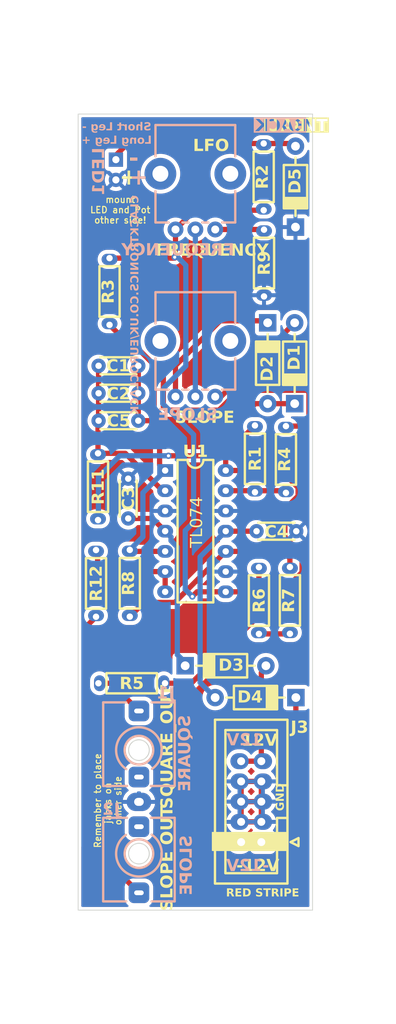
<source format=kicad_pcb>
(kicad_pcb (version 20240108) (generator "pcbnew") (generator_version "8.0")
  (layers (0 "F.Cu" signal) (31 "B.Cu" signal) (34 "B.Paste" user) (35 "F.Paste" user) (36 "B.SilkS" user "B.Silkscreen") (37 "F.SilkS" user "F.Silkscreen") (38 "B.Mask" user) (39 "F.Mask" user) (44 "Edge.Cuts" user))
  (net 0 "")
  (net 1 "Net-(U1A--)")
  (net 2 "Net-(U1B-+)")
  (net 3 "-12V")
  (net 4 "GND")
  (net 5 "+12V")
  (net 6 "Net-(D1-K)")
  (net 7 "Net-(D2-K)")
  (net 8 "Net-(D3-A)")
  (net 9 "Net-(D1-A)")
  (net 10 "Net-(D4-K)")
  (net 12 "Net-(J2-PadT)")
  (net 13 "Net-(J1-PadT)")
  (net 14 "Net-(U1C-+)")
  (net 15 "Net-(U1B--)")
  (net 16 "Net-(D5-A)")
  (net 17 "Net-(R1-Pad2)")
  (net 18 "Net-(RV1-Pad2)")
  (net 19 "Net-(U1D--)")
  (net 20 "Net-(R2-Pad2)")
  (net 21 "Net-(R3-Pad2)")
  (net 23 "Net-(R6-Pad1)")
  (net 24 "Net-(R9-Pad2)")
  (footprint "BYOM_General:R_Axial_DIN0204_L3.6mm_D1.6mm_P7.62mm_Horizontal" (layer "F.Cu") (at 128.8 119.5)
    (property "Reference" "R5" (at 4.191 0.1 0) (layer "F.SilkS") (effects (font (size 1.5 1.5) (thickness 0.2) (bold yes))))
    (property "Value" "1kΩ")
    (fp_line (start 1.016 -1.27) (end 1.016 1.27) (stroke (width 0.3)) (layer "F.SilkS"))
    (fp_line (start 1.016 1.27) (end 7.366 1.27) (stroke (width 0.3)) (layer "F.SilkS"))
    (fp_line (start 7.366 -1.27) (end 1.016 -1.27) (stroke (width 0.3)) (layer "F.SilkS"))
    (fp_line (start 7.366 1.27) (end 7.366 -1.27) (stroke (width 0.3)) (layer "F.SilkS"))
    (pad "1" thru_hole oval (at 0 0) (size 1.4 2) (drill 0.8 (offset 0.15 0)) (layers "*.Cu" "*.Mask") (net 13 "Net-(J1-PadT)"))
    (pad "2" thru_hole oval (at 8.382 0 180) (size 1.4 2) (drill 0.8 (offset 0.15 0)) (layers "*.Cu" "*.Mask") (net 17 "Net-(R1-Pad2)"))
  )
  (footprint "BYOM_General:R_Axial_DIN0204_L3.6mm_D1.6mm_P7.62mm_Horizontal" (layer "F.Cu") (at 130.2 66.1 -90)
    (property "Reference" "R3" (at 4.191 0.1 -90) (layer "F.SilkS") (effects (font (size 1.5 1.5) (thickness 0.2) (bold yes))))
    (property "Value" "100kΩ")
    (fp_line (start 1.016 1.27) (end 7.366 1.27) (stroke (width 0.3)) (layer "F.SilkS"))
    (fp_line (start 7.366 1.27) (end 7.366 -1.27) (stroke (width 0.3)) (layer "F.SilkS"))
    (fp_line (start 1.016 -1.27) (end 1.016 1.27) (stroke (width 0.3)) (layer "F.SilkS"))
    (fp_line (start 7.366 -1.27) (end 1.016 -1.27) (stroke (width 0.3)) (layer "F.SilkS"))
    (pad "1" thru_hole oval (at 0 0 270) (size 1.4 2) (drill 0.8 (offset 0.15 0)) (layers "*.Cu" "*.Mask") (net 20 "Net-(R2-Pad2)"))
    (pad "2" thru_hole oval (at 8.382 0 90) (size 1.4 2) (drill 0.8 (offset 0.15 0)) (layers "*.Cu" "*.Mask") (net 21 "Net-(R3-Pad2)"))
  )
  (footprint "BYOM_General:R_Axial_DIN0204_L3.6mm_D1.6mm_P7.62mm_Horizontal" (layer "F.Cu") (at 132.75 102.75 -90)
    (property "Reference" "R8" (at 4.191 0.1 -90) (layer "F.SilkS") (effects (font (size 1.5 1.5) (thickness 0.2) (bold yes))))
    (property "Value" "100kΩ")
    (fp_line (start 1.016 1.27) (end 7.366 1.27) (stroke (width 0.3)) (layer "F.SilkS"))
    (fp_line (start 7.366 1.27) (end 7.366 -1.27) (stroke (width 0.3)) (layer "F.SilkS"))
    (fp_line (start 1.016 -1.27) (end 1.016 1.27) (stroke (width 0.3)) (layer "F.SilkS"))
    (fp_line (start 7.366 -1.27) (end 1.016 -1.27) (stroke (width 0.3)) (layer "F.SilkS"))
    (pad "1" thru_hole oval (at 0 0 270) (size 1.4 2) (drill 0.8 (offset 0.15 0)) (layers "*.Cu" "*.Mask") (net 2 "Net-(U1B-+)"))
    (pad "2" thru_hole oval (at 8.382 0 90) (size 1.4 2) (drill 0.8 (offset 0.15 0)) (layers "*.Cu" "*.Mask") (net 14 "Net-(U1C-+)"))
  )
  (footprint "BYOM_General:R_Axial_DIN0204_L3.6mm_D1.6mm_P7.62mm_Horizontal" (layer "F.Cu") (at 148.5 95.5 90)
    (property "Reference" "R1" (at 4.191 0.1 90) (layer "F.SilkS") (effects (font (size 1.5 1.5) (thickness 0.2) (bold yes))))
    (property "Value" "100kΩ")
    (fp_line (start 7.366 -1.27) (end 1.016 -1.27) (stroke (width 0.3)) (layer "F.SilkS"))
    (fp_line (start 1.016 -1.27) (end 1.016 1.27) (stroke (width 0.3)) (layer "F.SilkS"))
    (fp_line (start 7.366 1.27) (end 7.366 -1.27) (stroke (width 0.3)) (layer "F.SilkS"))
    (fp_line (start 1.016 1.27) (end 7.366 1.27) (stroke (width 0.3)) (layer "F.SilkS"))
    (pad "1" thru_hole oval (at 0 0 90) (size 1.4 2) (drill 0.8 (offset 0.15 0)) (layers "*.Cu" "*.Mask") (net 19 "Net-(U1D--)"))
    (pad "2" thru_hole oval (at 8.382 0 270) (size 1.4 2) (drill 0.8 (offset 0.15 0)) (layers "*.Cu" "*.Mask") (net 17 "Net-(R1-Pad2)"))
  )
  (footprint "BYOM_General:D_TH_DO-41_P10.16mm" (layer "F.Cu") (at 153.6 62.2 90)
    (property "Reference" "D5" (at 5.775 0 90) (layer "F.SilkS") (effects (font (size 1.5 1.5) (thickness 0.2) (bold yes))))
    (property "Value" "1N5817")
    (fp_line (start 7.8 -1.47) (end 3.75 -1.5) (stroke (width 0.12)) (layer "F.SilkS"))
    (fp_line (start 7.8 -1.47) (end 2.36 -1.47) (stroke (width 0.3)) (layer "F.SilkS"))
    (fp_line (start 2.36 -1.47) (end 2.36 1.47) (stroke (width 0.3)) (layer "F.SilkS"))
    (fp_line (start 7.8 0) (end 8.75 0) (stroke (width 0.3)) (layer "F.SilkS"))
    (fp_line (start 1.4 0) (end 2.35 0) (stroke (width 0.3)) (layer "F.SilkS"))
    (fp_line (start 7.8 1.47) (end 7.8 -1.47) (stroke (width 0.3)) (layer "F.SilkS"))
    (fp_line (start 2.36 1.47) (end 7.8 1.47) (stroke (width 0.3)) (layer "F.SilkS"))
    (fp_poly (pts (xy 2.36 -1.47) (xy 2.36 1.47) (xy 3.75 1.5) (xy 3.75 -1.5)) (stroke (width 0.1)) (fill solid) (layer "F.SilkS"))
    (pad "1" thru_hole rect (at 0 0 90) (size 2.2 2.2) (drill 1.1) (layers "*.Cu" "*.Mask") (net 4 "GND"))
    (pad "2" thru_hole oval (at 10.16 0 90) (size 2.2 2.2) (drill 1.1) (layers "*.Cu" "*.Mask") (net 16 "Net-(D5-A)"))
  )
  (footprint "BYOM_General:C_TH_Disc_P5.00mm" (layer "F.Cu") (at 133.82 86.52 180)
    (property "Reference" "C5" (at 2.47 -0.1 180) (layer "F.SilkS") (effects (font (size 1.5 1.5) (thickness 0.2) (bold yes))))
    (property "Value" "100nF")
    (fp_line (start 4.77 1.055) (end 4.77 1.07) (stroke (width 0.12)) (layer "F.SilkS"))
    (fp_line (start 4.77 -1.07) (end 4.77 -1.055) (stroke (width 0.12)) (layer "F.SilkS"))
    (fp_line (start 0.23 1.07) (end 4.77 1.07) (stroke (width 0.3)) (layer "F.SilkS"))
    (fp_line (start 0.23 1.055) (end 0.23 1.07) (stroke (width 0.12)) (layer "F.SilkS"))
    (fp_line (start 0.23 -1.07) (end 4.77 -1.07) (stroke (width 0.3)) (layer "F.SilkS"))
    (fp_line (start 0.23 -1.07) (end 0.23 -1.055) (stroke (width 0.12)) (layer "F.SilkS"))
    (pad "1" thru_hole circle (at 0 0 180) (size 1.8 1.8) (drill 0.8) (layers "*.Cu" "*.Mask") (net 2 "Net-(U1B-+)"))
    (pad "2" thru_hole circle (at 5 0 180) (size 1.8 1.8) (drill 0.8) (layers "*.Cu" "*.Mask") (net 1 "Net-(U1A--)"))
  )
  (footprint "BYOM_General:D_TH_DO-41_P10.16mm" (layer "F.Cu") (at 150.1 74.22 -90)
    (property "Reference" "D2" (at 5.775 0 -90) (layer "F.SilkS") (effects (font (size 1.5 1.5) (thickness 0.2) (bold yes))))
    (property "Value" "1N5817")
    (fp_line (start 2.36 1.47) (end 7.8 1.47) (stroke (width 0.3)) (layer "F.SilkS"))
    (fp_line (start 7.8 1.47) (end 7.8 -1.47) (stroke (width 0.3)) (layer "F.SilkS"))
    (fp_line (start 1.4 0) (end 2.35 0) (stroke (width 0.3)) (layer "F.SilkS"))
    (fp_line (start 7.8 0) (end 8.75 0) (stroke (width 0.3)) (layer "F.SilkS"))
    (fp_line (start 2.36 -1.47) (end 2.36 1.47) (stroke (width 0.3)) (layer "F.SilkS"))
    (fp_line (start 7.8 -1.47) (end 2.36 -1.47) (stroke (width 0.3)) (layer "F.SilkS"))
    (fp_line (start 7.8 -1.47) (end 3.75 -1.5) (stroke (width 0.12)) (layer "F.SilkS"))
    (fp_poly (pts (xy 2.36 -1.47) (xy 2.36 1.47) (xy 3.75 1.5) (xy 3.75 -1.5)) (stroke (width 0.1)) (fill solid) (layer "F.SilkS"))
    (pad "1" thru_hole rect (at 0 0 270) (size 2.2 2.2) (drill 1.1) (layers "*.Cu" "*.Mask") (net 7 "Net-(D2-K)"))
    (pad "2" thru_hole oval (at 10.16 0 270) (size 2.2 2.2) (drill 1.1) (layers "*.Cu" "*.Mask") (net 6 "Net-(D1-K)"))
  )
  (footprint "BYOM_General:D_TH_DO-41_P10.16mm" (layer "F.Cu") (at 153.5 84.38 90)
    (property "Reference" "D1" (at 5.775 0 90) (layer "F.SilkS") (effects (font (size 1.5 1.5) (thickness 0.2) (bold yes))))
    (property "Value" "1N5817")
    (fp_line (start 7.8 -1.47) (end 3.75 -1.5) (stroke (width 0.12)) (layer "F.SilkS"))
    (fp_line (start 7.8 -1.47) (end 2.36 -1.47) (stroke (width 0.3)) (layer "F.SilkS"))
    (fp_line (start 2.36 -1.47) (end 2.36 1.47) (stroke (width 0.3)) (layer "F.SilkS"))
    (fp_line (start 7.8 0) (end 8.75 0) (stroke (width 0.3)) (layer "F.SilkS"))
    (fp_line (start 1.4 0) (end 2.35 0) (stroke (width 0.3)) (layer "F.SilkS"))
    (fp_line (start 7.8 1.47) (end 7.8 -1.47) (stroke (width 0.3)) (layer "F.SilkS"))
    (fp_line (start 2.36 1.47) (end 7.8 1.47) (stroke (width 0.3)) (layer "F.SilkS"))
    (fp_poly (pts (xy 2.36 -1.47) (xy 2.36 1.47) (xy 3.75 1.5) (xy 3.75 -1.5)) (stroke (width 0.1)) (fill solid) (layer "F.SilkS"))
    (pad "1" thru_hole rect (at 0 0 90) (size 2.2 2.2) (drill 1.1) (layers "*.Cu" "*.Mask") (net 6 "Net-(D1-K)"))
    (pad "2" thru_hole oval (at 10.16 0 90) (size 2.2 2.2) (drill 1.1) (layers "*.Cu" "*.Mask") (net 9 "Net-(D1-A)"))
  )
  (footprint "BYOM_General:R_Axial_DIN0204_L3.6mm_D1.6mm_P7.62mm_Horizontal" (layer "F.Cu") (at 128.5 111.15 90)
    (property "Reference" "R12" (at 4.191 0.1 90) (layer "F.SilkS") (effects (font (size 1.5 1.5) (thickness 0.2) (bold yes))))
    (property "Value" "1kΩ")
    (fp_line (start 7.366 -1.27) (end 1.016 -1.27) (stroke (width 0.3)) (layer "F.SilkS"))
    (fp_line (start 1.016 -1.27) (end 1.016 1.27) (stroke (width 0.3)) (layer "F.SilkS"))
    (fp_line (start 7.366 1.27) (end 7.366 -1.27) (stroke (width 0.3)) (layer "F.SilkS"))
    (fp_line (start 1.016 1.27) (end 7.366 1.27) (stroke (width 0.3)) (layer "F.SilkS"))
    (pad "1" thru_hole oval (at 0 0 90) (size 1.4 2) (drill 0.8 (offset 0.15 0)) (layers "*.Cu" "*.Mask") (net 12 "Net-(J2-PadT)"))
    (pad "2" thru_hole oval (at 8.382 0 270) (size 1.4 2) (drill 0.8 (offset 0.15 0)) (layers "*.Cu" "*.Mask") (net 15 "Net-(U1B--)"))
  )
  (footprint "BYOM_General:R_Axial_DIN0204_L3.6mm_D1.6mm_P7.62mm_Horizontal" (layer "F.Cu") (at 128.75 99 90)
    (property "Reference" "R11" (at 4.191 0.1 90) (layer "F.SilkS") (effects (font (size 1.5 1.5) (thickness 0.2) (bold yes))))
    (property "Value" "100Ω")
    (fp_line (start 7.366 -1.27) (end 1.016 -1.27) (stroke (width 0.3)) (layer "F.SilkS"))
    (fp_line (start 1.016 -1.27) (end 1.016 1.27) (stroke (width 0.3)) (layer "F.SilkS"))
    (fp_line (start 7.366 1.27) (end 7.366 -1.27) (stroke (width 0.3)) (layer "F.SilkS"))
    (fp_line (start 1.016 1.27) (end 7.366 1.27) (stroke (width 0.3)) (layer "F.SilkS"))
    (pad "1" thru_hole oval (at 0 0 90) (size 1.4 2) (drill 0.8 (offset 0.15 0)) (layers "*.Cu" "*.Mask") (net 6 "Net-(D1-K)"))
    (pad "2" thru_hole oval (at 8.382 0 270) (size 1.4 2) (drill 0.8 (offset 0.15 0)) (layers "*.Cu" "*.Mask") (net 1 "Net-(U1A--)"))
  )
  (footprint "BYOM_General:D_TH_DO-41_P10.16mm" (layer "F.Cu") (at 153.65 121.3 180)
    (property "Reference" "D4" (at 5.775 0 180) (layer "F.SilkS") (effects (font (size 1.5 1.5) (thickness 0.2) (bold yes))))
    (property "Value" "1N5817")
    (fp_line (start 7.8 1.47) (end 7.8 -1.47) (stroke (width 0.3)) (layer "F.SilkS"))
    (fp_line (start 7.8 0) (end 8.75 0) (stroke (width 0.3)) (layer "F.SilkS"))
    (fp_line (start 7.8 -1.47) (end 3.75 -1.5) (stroke (width 0.12)) (layer "F.SilkS"))
    (fp_line (start 7.8 -1.47) (end 2.36 -1.47) (stroke (width 0.3)) (layer "F.SilkS"))
    (fp_line (start 2.36 1.47) (end 7.8 1.47) (stroke (width 0.3)) (layer "F.SilkS"))
    (fp_line (start 2.36 -1.47) (end 2.36 1.47) (stroke (width 0.3)) (layer "F.SilkS"))
    (fp_line (start 1.4 0) (end 2.35 0) (stroke (width 0.3)) (layer "F.SilkS"))
    (fp_poly (pts (xy 2.36 -1.47) (xy 2.36 1.47) (xy 3.75 1.5) (xy 3.75 -1.5)) (stroke (width 0.1)) (fill solid) (layer "F.SilkS"))
    (pad "1" thru_hole rect (at 0 0 180) (size 2.2 2.2) (drill 1.1) (layers "*.Cu" "*.Mask") (net 10 "Net-(D4-K)"))
    (pad "2" thru_hole oval (at 10.16 0 180) (size 2.2 2.2) (drill 1.1) (layers "*.Cu" "*.Mask") (net 3 "-12V"))
  )
  (footprint "BYOM_General:C_TH_Disc_P5.00mm" (layer "F.Cu") (at 133.82 79.62 180)
    (property "Reference" "C1" (at 2.54 -0.08 180) (layer "F.SilkS") (effects (font (size 1.5 1.5) (thickness 0.2) (bold yes))))
    (property "Value" "100nF")
    (fp_line (start 4.77 1.055) (end 4.77 1.07) (stroke (width 0.12)) (layer "F.SilkS"))
    (fp_line (start 4.77 -1.07) (end 4.77 -1.055) (stroke (width 0.12)) (layer "F.SilkS"))
    (fp_line (start 0.23 1.07) (end 4.77 1.07) (stroke (width 0.3)) (layer "F.SilkS"))
    (fp_line (start 0.23 1.055) (end 0.23 1.07) (stroke (width 0.12)) (layer "F.SilkS"))
    (fp_line (start 0.23 -1.07) (end 4.77 -1.07) (stroke (width 0.3)) (layer "F.SilkS"))
    (fp_line (start 0.23 -1.07) (end 0.23 -1.055) (stroke (width 0.12)) (layer "F.SilkS"))
    (pad "1" thru_hole circle (at 0 0 180) (size 1.8 1.8) (drill 0.8) (layers "*.Cu" "*.Mask") (net 2 "Net-(U1B-+)"))
    (pad "2" thru_hole circle (at 5 0 180) (size 1.8 1.8) (drill 0.8) (layers "*.Cu" "*.Mask") (net 1 "Net-(U1A--)"))
  )
  (footprint "BYOM_General:C_TH_Disc_P5.00mm" (layer "F.Cu") (at 132.55 93.8 -90)
    (property "Reference" "C3" (at 2.5 -0.1 -90) (layer "F.SilkS") (effects (font (size 1.5 1.5) (thickness 0.2) (bold yes))))
    (property "Value" "100nF")
    (fp_line (start 0.23 1.07) (end 4.77 1.07) (stroke (width 0.3)) (layer "F.SilkS"))
    (fp_line (start 0.23 1.055) (end 0.23 1.07) (stroke (width 0.12)) (layer "F.SilkS"))
    (fp_line (start 4.77 1.055) (end 4.77 1.07) (stroke (width 0.12)) (layer "F.SilkS"))
    (fp_line (start 0.23 -1.07) (end 0.23 -1.055) (stroke (width 0.12)) (layer "F.SilkS"))
    (fp_line (start 0.23 -1.07) (end 4.77 -1.07) (stroke (width 0.3)) (layer "F.SilkS"))
    (fp_line (start 4.77 -1.07) (end 4.77 -1.055) (stroke (width 0.12)) (layer "F.SilkS"))
    (pad "1" thru_hole circle (at 0 0 270) (size 1.8 1.8) (drill 0.8) (layers "*.Cu" "*.Mask") (net 4 "GND"))
    (pad "2" thru_hole circle (at 5 0 270) (size 1.8 1.8) (drill 0.8) (layers "*.Cu" "*.Mask") (net 5 "+12V"))
  )
  (footprint "BYOM_General:R_Axial_DIN0204_L3.6mm_D1.6mm_P7.62mm_Horizontal" (layer "F.Cu") (at 152.9 104.9 -90)
    (property "Reference" "R7" (at 4.191 0.1 -90) (layer "F.SilkS") (effects (font (size 1.5 1.5) (thickness 0.2) (bold yes))))
    (property "Value" "100kΩ")
    (fp_line (start 1.016 1.27) (end 7.366 1.27) (stroke (width 0.3)) (layer "F.SilkS"))
    (fp_line (start 7.366 1.27) (end 7.366 -1.27) (stroke (width 0.3)) (layer "F.SilkS"))
    (fp_line (start 1.016 -1.27) (end 1.016 1.27) (stroke (width 0.3)) (layer "F.SilkS"))
    (fp_line (start 7.366 -1.27) (end 1.016 -1.27) (stroke (width 0.3)) (layer "F.SilkS"))
    (pad "1" thru_hole oval (at 0 0 270) (size 1.4 2) (drill 0.8 (offset 0.15 0)) (layers "*.Cu" "*.Mask") (net 14 "Net-(U1C-+)"))
    (pad "2" thru_hole oval (at 8.382 0 90) (size 1.4 2) (drill 0.8 (offset 0.15 0)) (layers "*.Cu" "*.Mask") (net 23 "Net-(R6-Pad1)"))
  )
  (footprint "BYOM_General:R_Axial_DIN0204_L3.6mm_D1.6mm_P7.62mm_Horizontal" (layer "F.Cu") (at 152.4 87.2 -90)
    (property "Reference" "R4" (at 4.191 0.1 -90) (layer "F.SilkS") (effects (font (size 1.5 1.5) (thickness 0.2) (bold yes))))
    (property "Value" "100kΩ")
    (fp_line (start 1.016 1.27) (end 7.366 1.27) (stroke (width 0.3)) (layer "F.SilkS"))
    (fp_line (start 7.366 1.27) (end 7.366 -1.27) (stroke (width 0.3)) (layer "F.SilkS"))
    (fp_line (start 1.016 -1.27) (end 1.016 1.27) (stroke (width 0.3)) (layer "F.SilkS"))
    (fp_line (start 7.366 -1.27) (end 1.016 -1.27) (stroke (width 0.3)) (layer "F.SilkS"))
    (pad "1" thru_hole oval (at 0 0 270) (size 1.4 2) (drill 0.8 (offset 0.15 0)) (layers "*.Cu" "*.Mask") (net 21 "Net-(R3-Pad2)"))
    (pad "2" thru_hole oval (at 8.382 0 90) (size 1.4 2) (drill 0.8 (offset 0.15 0)) (layers "*.Cu" "*.Mask") (net 19 "Net-(U1D--)"))
  )
  (footprint "BYOM_General:R_Axial_DIN0204_L3.6mm_D1.6mm_P7.62mm_Horizontal" (layer "F.Cu") (at 149.6 51.7 -90)
    (property "Reference" "R2" (at 4.191 0.1 -90) (layer "F.SilkS") (effects (font (size 1.5 1.5) (thickness 0.2) (bold yes))))
    (property "Value" "2.2KΩ")
    (fp_line (start 1.016 1.27) (end 7.366 1.27) (stroke (width 0.3)) (layer "F.SilkS"))
    (fp_line (start 7.366 1.27) (end 7.366 -1.27) (stroke (width 0.3)) (layer "F.SilkS"))
    (fp_line (start 1.016 -1.27) (end 1.016 1.27) (stroke (width 0.3)) (layer "F.SilkS"))
    (fp_line (start 7.366 -1.27) (end 1.016 -1.27) (stroke (width 0.3)) (layer "F.SilkS"))
    (pad "1" thru_hole oval (at 0 0 270) (size 1.4 2) (drill 0.8 (offset 0.15 0)) (layers "*.Cu" "*.Mask") (net 16 "Net-(D5-A)"))
    (pad "2" thru_hole oval (at 8.382 0 90) (size 1.4 2) (drill 0.8 (offset 0.15 0)) (layers "*.Cu" "*.Mask") (net 20 "Net-(R2-Pad2)"))
  )
  (footprint "BYOM_General:R_Axial_DIN0204_L3.6mm_D1.6mm_P7.62mm_Horizontal" (layer "F.Cu") (at 149 113.3 90)
    (property "Reference" "R6" (at 4.191 0.1 90) (layer "F.SilkS") (effects (font (size 1.5 1.5) (thickness 0.2) (bold yes))))
    (property "Value" "100kΩ")
    (fp_line (start 7.366 -1.27) (end 1.016 -1.27) (stroke (width 0.3)) (layer "F.SilkS"))
    (fp_line (start 1.016 -1.27) (end 1.016 1.27) (stroke (width 0.3)) (layer "F.SilkS"))
    (fp_line (start 7.366 1.27) (end 7.366 -1.27) (stroke (width 0.3)) (layer "F.SilkS"))
    (fp_line (start 1.016 1.27) (end 7.366 1.27) (stroke (width 0.3)) (layer "F.SilkS"))
    (pad "1" thru_hole oval (at 0 0 90) (size 1.4 2) (drill 0.8 (offset 0.15 0)) (layers "*.Cu" "*.Mask") (net 23 "Net-(R6-Pad1)"))
    (pad "2" thru_hole oval (at 8.382 0 270) (size 1.4 2) (drill 0.8 (offset 0.15 0)) (layers "*.Cu" "*.Mask") (net 20 "Net-(R2-Pad2)"))
  )
  (footprint "BYOM_General:C_TH_Disc_P5.00mm" (layer "F.Cu") (at 133.82 83.07 180)
    (property "Reference" "C2" (at 2.49 -0.14 180) (layer "F.SilkS") (effects (font (size 1.5 1.5) (thickness 0.2) (bold yes))))
    (property "Value" "100nF")
    (fp_line (start 4.77 1.055) (end 4.77 1.07) (stroke (width 0.12)) (layer "F.SilkS"))
    (fp_line (start 4.77 -1.07) (end 4.77 -1.055) (stroke (width 0.12)) (layer "F.SilkS"))
    (fp_line (start 0.23 1.07) (end 4.77 1.07) (stroke (width 0.3)) (layer "F.SilkS"))
    (fp_line (start 0.23 1.055) (end 0.23 1.07) (stroke (width 0.12)) (layer "F.SilkS"))
    (fp_line (start 0.23 -1.07) (end 4.77 -1.07) (stroke (width 0.3)) (layer "F.SilkS"))
    (fp_line (start 0.23 -1.07) (end 0.23 -1.055) (stroke (width 0.12)) (layer "F.SilkS"))
    (pad "1" thru_hole circle (at 0 0 180) (size 1.8 1.8) (drill 0.8) (layers "*.Cu" "*.Mask") (net 2 "Net-(U1B-+)"))
    (pad "2" thru_hole circle (at 5 0 180) (size 1.8 1.8) (drill 0.8) (layers "*.Cu" "*.Mask") (net 1 "Net-(U1A--)"))
  )
  (footprint "BYOM_General:D_TH_DO-41_P10.16mm" (layer "F.Cu") (at 139.72 117.3)
    (property "Reference" "D3" (at 5.775 0 0) (layer "F.SilkS") (effects (font (size 1.5 1.5) (thickness 0.2) (bold yes))))
    (property "Value" "1N5817")
    (fp_line (start 1.4 0) (end 2.35 0) (stroke (width 0.3)) (layer "F.SilkS"))
    (fp_line (start 2.36 -1.47) (end 2.36 1.47) (stroke (width 0.3)) (layer "F.SilkS"))
    (fp_line (start 2.36 1.47) (end 7.8 1.47) (stroke (width 0.3)) (layer "F.SilkS"))
    (fp_line (start 7.8 -1.47) (end 2.36 -1.47) (stroke (width 0.3)) (layer "F.SilkS"))
    (fp_line (start 7.8 -1.47) (end 3.75 -1.5) (stroke (width 0.12)) (layer "F.SilkS"))
    (fp_line (start 7.8 0) (end 8.75 0) (stroke (width 0.3)) (layer "F.SilkS"))
    (fp_line (start 7.8 1.47) (end 7.8 -1.47) (stroke (width 0.3)) (layer "F.SilkS"))
    (fp_poly (pts (xy 2.36 -1.47) (xy 2.36 1.47) (xy 3.75 1.5) (xy 3.75 -1.5)) (stroke (width 0.1)) (fill solid) (layer "F.SilkS"))
    (pad "1" thru_hole rect (at 0 0) (size 2.2 2.2) (drill 1.1) (layers "*.Cu" "*.Mask") (net 5 "+12V"))
    (pad "2" thru_hole oval (at 10.16 0) (size 2.2 2.2) (drill 1.1) (layers "*.Cu" "*.Mask") (net 8 "Net-(D3-A)"))
  )
  (footprint "BYOM_General:IDC-Header_2x05_P2.54mm_Vertical" (layer "F.Cu") (at 149.3 139.45 180)
    (property "Reference" "J3" (at -4.8 14.35 180) (layer "F.SilkS") (effects (font (size 1.5 1.5) (thickness 0.2) (bold yes))))
    (property "Value" "Conn_02x05_Odd_Even")
    (fp_line (start 5.83 15.37) (end -3.29 15.37) (stroke (width 0.3)) (layer "F.SilkS"))
    (fp_line (start 5.83 -5.21) (end 5.83 15.37) (stroke (width 0.3)) (layer "F.SilkS"))
    (fp_line (start 4.52 14.07) (end -1.98 14.07) (stroke (width 0.3)) (layer "F.SilkS"))
    (fp_line (start 4.52 -3.91) (end 4.52 14.07) (stroke (width 0.3)) (layer "F.SilkS"))
    (fp_line (start -1.98 14.07) (end -1.98 7.13) (stroke (width 0.3)) (layer "F.SilkS"))
    (fp_line (start -1.98 7.13) (end -1.98 7.13) (stroke (width 0.3)) (layer "F.SilkS"))
    (fp_line (start -1.98 7.13) (end -3.29 7.13) (stroke (width 0.3)) (layer "F.SilkS"))
    (fp_line (start -1.98 3.03) (end -1.98 -3.91) (stroke (width 0.3)) (layer "F.SilkS"))
    (fp_line (start -1.98 -3.91) (end 4.52 -3.91) (stroke (width 0.3)) (layer "F.SilkS"))
    (fp_line (start -3.29 15.37) (end -3.29 -5.21) (stroke (width 0.3)) (layer "F.SilkS"))
    (fp_line (start -3.29 3.03) (end -1.98 3.03) (stroke (width 0.3)) (layer "F.SilkS"))
    (fp_line (start -3.29 -5.21) (end 5.83 -5.21) (stroke (width 0.3)) (layer "F.SilkS"))
    (fp_line (start -3.68 0) (end -4.68 -0.5) (stroke (width 0.3)) (layer "F.SilkS"))
    (fp_line (start -4.68 0.5) (end -3.68 0) (stroke (width 0.3)) (layer "F.SilkS"))
    (fp_line (start -4.68 -0.5) (end -4.68 0.5) (stroke (width 0.3)) (layer "F.SilkS"))
    (pad "1" thru_hole roundrect (at 0 0 180) (size 2.3 2) (drill 1 (offset -0.2 0)) (layers "*.Cu" "*.Mask") (roundrect_rratio 0.125) (net 10 "Net-(D4-K)"))
    (pad "2" thru_hole oval (at 2.54 0 180) (size 2.3 2) (drill 1 (offset 0.2 0)) (layers "*.Cu" "*.Mask") (net 10 "Net-(D4-K)"))
    (pad "3" thru_hole oval (at 0 2.54 180) (size 2.3 2) (drill 1 (offset -0.2 0)) (layers "*.Cu" "*.Mask") (net 4 "GND"))
    (pad "4" thru_hole oval (at 2.54 2.54 180) (size 2.3 2) (drill 1 (offset 0.2 0)) (layers "*.Cu" "*.Mask") (net 4 "GND"))
    (pad "5" thru_hole oval (at 0 5.08 180) (size 2.3 2) (drill 1 (offset -0.2 0)) (layers "*.Cu" "*.Mask") (net 4 "GND"))
    (pad "6" thru_hole oval (at 2.54 5.08 180) (size 2.3 2) (drill 1 (offset 0.2 0)) (layers "*.Cu" "*.Mask") (net 4 "GND"))
    (pad "7" thru_hole oval (at 0 7.62 180) (size 2.3 2) (drill 1 (offset -0.2 0)) (layers "*.Cu" "*.Mask") (net 4 "GND"))
    (pad "8" thru_hole oval (at 2.54 7.62 180) (size 2.3 2) (drill 1 (offset 0.2 0)) (layers "*.Cu" "*.Mask") (net 4 "GND"))
    (pad "9" thru_hole oval (at 0 10.16 180) (size 2.3 2) (drill 1 (offset -0.2 0)) (layers "*.Cu" "*.Mask") (net 8 "Net-(D3-A)"))
    (pad "10" thru_hole oval (at 2.54 10.16 180) (size 2.3 2) (drill 1 (offset 0.2 0)) (layers "*.Cu" "*.Mask") (net 8 "Net-(D3-A)"))
  )
  (footprint "BYOM_General:DIP-14_W7.62mm_LongPads_copy" (layer "F.Cu") (at 137.2 92.775)
    (property "Reference" "U1" (at 3.81 -2.33 0) (layer "F.SilkS") (effects (font (size 1.5 1.5) (thickness 0.2) (bold yes))))
    (property "Value" "TL074")
    (fp_line (start 1.56 -1.33) (end 1.56 16.57) (stroke (width 0.3)) (layer "F.SilkS"))
    (fp_line (start 1.56 16.57) (end 6.06 16.57) (stroke (width 0.3)) (layer "F.SilkS"))
    (fp_line (start 2.81 -1.33) (end 1.56 -1.33) (stroke (width 0.3)) (layer "F.SilkS"))
    (fp_line (start 6.06 -1.33) (end 4.81 -1.33) (stroke (width 0.3)) (layer "F.SilkS"))
    (fp_line (start 6.06 16.57) (end 6.06 -1.33) (stroke (width 0.3)) (layer "F.SilkS"))
    (fp_arc (start 4.81 -1.33) (mid 3.81 -0.33) (end 2.81 -1.33) (stroke (width 0.3)) (layer "F.SilkS"))
    (pad "1" thru_hole rect (at 0 0) (size 2 1.6) (drill 0.8) (layers "*.Cu" "*.Mask") (net 2 "Net-(U1B-+)"))
    (pad "2" thru_hole oval (at 0 2.54) (size 2 1.6) (drill 0.8) (layers "*.Cu" "*.Mask") (net 1 "Net-(U1A--)"))
    (pad "3" thru_hole oval (at 0 5.08) (size 2 1.6) (drill 0.8) (layers "*.Cu" "*.Mask") (net 4 "GND"))
    (pad "4" thru_hole oval (at 0 7.62) (size 2 1.6) (drill 0.8) (layers "*.Cu" "*.Mask") (net 5 "+12V"))
    (pad "5" thru_hole oval (at 0 10.16) (size 2 1.6) (drill 0.8) (layers "*.Cu" "*.Mask") (net 2 "Net-(U1B-+)"))
    (pad "6" thru_hole oval (at 0 12.7) (size 2 1.6) (drill 0.8) (layers "*.Cu" "*.Mask") (net 15 "Net-(U1B--)"))
    (pad "7" thru_hole oval (at 0 15.24) (size 2 1.6) (drill 0.8) (layers "*.Cu" "*.Mask") (net 15 "Net-(U1B--)"))
    (pad "8" thru_hole oval (at 7.62 15.24) (size 2 1.6) (drill 0.8) (layers "*.Cu" "*.Mask") (net 20 "Net-(R2-Pad2)"))
    (pad "9" thru_hole oval (at 7.62 12.7) (size 2 1.6) (drill 0.8) (layers "*.Cu" "*.Mask") (net 4 "GND"))
    (pad "10" thru_hole oval (at 7.62 10.16) (size 2 1.6) (drill 0.8) (layers "*.Cu" "*.Mask") (net 14 "Net-(U1C-+)"))
    (pad "11" thru_hole oval (at 7.62 7.62) (size 2 1.6) (drill 0.8) (layers "*.Cu" "*.Mask") (net 3 "-12V"))
    (pad "12" thru_hole oval (at 7.62 5.08) (size 2 1.6) (drill 0.8) (layers "*.Cu" "*.Mask") (net 4 "GND"))
    (pad "13" thru_hole oval (at 7.62 2.54) (size 2 1.6) (drill 0.8) (layers "*.Cu" "*.Mask") (net 19 "Net-(U1D--)"))
    (pad "14" thru_hole oval (at 7.62 0) (size 2 1.6) (drill 0.8) (layers "*.Cu" "*.Mask") (net 17 "Net-(R1-Pad2)"))
  )
  (footprint "BYOM_General:C_TH_Disc_P5.00mm" (layer "F.Cu") (at 148.7 100.4)
    (property "Reference" "C4" (at 2.5 0.15 0) (layer "F.SilkS") (effects (font (size 1.5 1.5) (thickness 0.2) (bold yes))))
    (property "Value" "100nF")
    (fp_line (start 0.23 -1.07) (end 0.23 -1.055) (stroke (width 0.12)) (layer "F.SilkS"))
    (fp_line (start 0.23 -1.07) (end 4.77 -1.07) (stroke (width 0.3)) (layer "F.SilkS"))
    (fp_line (start 0.23 1.055) (end 0.23 1.07) (stroke (width 0.12)) (layer "F.SilkS"))
    (fp_line (start 0.23 1.07) (end 4.77 1.07) (stroke (width 0.3)) (layer "F.SilkS"))
    (fp_line (start 4.77 -1.07) (end 4.77 -1.055) (stroke (width 0.12)) (layer "F.SilkS"))
    (fp_line (start 4.77 1.055) (end 4.77 1.07) (stroke (width 0.12)) (layer "F.SilkS"))
    (pad "1" thru_hole circle (at 0 0) (size 1.8 1.8) (drill 0.8) (layers "*.Cu" "*.Mask") (net 3 "-12V"))
    (pad "2" thru_hole circle (at 5 0) (size 1.8 1.8) (drill 0.8) (layers "*.Cu" "*.Mask") (net 4 "GND"))
  )
  (footprint "BYOM_General:R_Axial_DIN0204_L3.6mm_D1.6mm_P7.62mm_Horizontal" (layer "F.Cu") (at 149.64 70.91 90)
    (property "Reference" "R9" (at 4.191 0.1 -90) (layer "F.SilkS") (effects (font (size 1.5 1.5) (thickness 0.2) (bold yes))))
    (property "Value" "100Ω")
    (fp_line (start 7.366 -1.27) (end 1.016 -1.27) (stroke (width 0.3)) (layer "F.SilkS"))
    (fp_line (start 1.016 -1.27) (end 1.016 1.27) (stroke (width 0.3)) (layer "F.SilkS"))
    (fp_line (start 7.366 1.27) (end 7.366 -1.27) (stroke (width 0.3)) (layer "F.SilkS"))
    (fp_line (start 1.016 1.27) (end 7.366 1.27) (stroke (width 0.3)) (layer "F.SilkS"))
    (pad "1" thru_hole oval (at 0 0 90) (size 1.4 2) (drill 0.8 (offset 0.15 0)) (layers "*.Cu" "*.Mask") (net 4 "GND"))
    (pad "2" thru_hole oval (at 8.382 0 270) (size 1.4 2) (drill 0.8 (offset 0.15 0)) (layers "*.Cu" "*.Mask") (net 24 "Net-(R9-Pad2)"))
  )
  (footprint "BYOM_General:Jack_3.5mm_QingPu_WQP-PJ398SM_Vertical" (layer "B.Cu") (at 133.9 127.9 180)
    (property "Reference" "J1" (at -3.4 7.1 180) (layer "B.SilkS") (effects (font (size 1.5 1.5) (thickness 0.2) (bold yes)) (justify mirror)))
    (property "Value" "SQUARE OUT")
    (fp_line (start 4.5 6) (end 4.5 -4.5) (stroke (width 0.3)) (layer "B.SilkS"))
    (fp_line (start 4.5 6) (end 1.6 6) (stroke (width 0.3)) (layer "B.SilkS"))
    (fp_line (start 4.5 -4.5) (end 1.5 -4.5) (stroke (width 0.3)) (layer "B.SilkS"))
    (fp_line (start -1.5 -4.5) (end -4.5 -4.5) (stroke (width 0.3)) (layer "B.SilkS"))
    (fp_line (start -1.6 6) (end -4.5 6) (stroke (width 0.3)) (layer "B.SilkS"))
    (fp_line (start -4.5 6) (end -4.5 -4.5) (stroke (width 0.3)) (layer "B.SilkS"))
    (fp_arc (start 1.603971 -2.381653) (mid 0.027931 2.871274) (end -1.65 -2.349999) (stroke (width 0.3)) (layer "B.SilkS"))
    (fp_circle (center 0 0) (end -1.8 0) (stroke (width 0.3)) (fill none) (layer "B.SilkS"))
    (fp_circle (center 0 0) (end 1.3 0) (stroke (width 0.12)) (fill none) (layer "Edge.Cuts"))
    (pad "S" thru_hole oval (at 0 -6.5 180) (size 3.1 2.3) (drill oval 1.2 1) (layers "*.Cu" "*.Mask") (net 4 "GND"))
    (pad "T" thru_hole roundrect (at 0 4.92 180) (size 2.6 2.6) (drill oval 1.2 0.6) (layers "*.Cu" "*.Mask") (net 13 "Net-(J1-PadT)"))
    (pad "TN" thru_hole roundrect (at 0 -3.38 180) (size 2.6 2.6) (drill oval 1.2 0.6) (layers "*.Cu" "*.Mask"))
    (zone (net 0) (net_name "") (layers "B.Cu" "B.SilkS") (connect_pads (clearance 0)) (min_thickness 0.25)
      (keepout (tracks not_allowed) (vias not_allowed) (pads not_allowed) (copperpour not_allowed) (footprints not_allowed))
      (fill (thermal_gap 0.5) (thermal_bridge_width 0.5))
      (polygon (pts (xy 132.4 127.9) (xy 132.420458 127.653108) (xy 132.481274 127.412951) (xy 132.580789 127.186079) (xy 132.716289 126.978681) (xy 132.884078 126.796414) (xy 133.079578 126.64425) (xy 133.297457 126.52634) (xy 133.531772 126.4459) (xy 133.776131 126.405123) (xy 134.023869 126.405123) (xy 134.268228 126.4459) (xy 134.502543 126.52634) (xy 134.720422 126.64425) (xy 134.915922 126.796414) (xy 135.083711 126.978681) (xy 135.219211 127.186079) (xy 135.318726 127.412951) (xy 135.379542 127.653108) (xy 135.4 127.9) (xy 135.379542 128.146892) (xy 135.318726 128.387049) (xy 135.219211 128.613921) (xy 135.083711 128.821319) (xy 134.915922 129.003586) (xy 134.720422 129.15575) (xy 134.502543 129.27366) (xy 134.268228 129.3541) (xy 134.023869 129.394877) (xy 133.776131 129.394877) (xy 133.531772 129.3541) (xy 133.297457 129.27366) (xy 133.079578 129.15575) (xy 132.884078 129.003586) (xy 132.716289 128.821319) (xy 132.580789 128.613921) (xy 132.481274 128.387049) (xy 132.420458 128.146892)))
    )
  )
  (footprint "BYOM_General:Jack_3.5mm_QingPu_WQP-PJ398SM_Vertical" (layer "B.Cu") (at 133.9 140.9)
    (property "Reference" "J2" (at -3.5 -5.5 0) (layer "B.SilkS") (effects (font (size 1.5 1.5) (thickness 0.2) (bold yes)) (justify mirror)))
    (property "Value" "SLOPE OUT")
    (fp_line (start -4.5 6) (end -4.5 -4.5) (stroke (width 0.3)) (layer "B.SilkS"))
    (fp_line (start -1.6 6) (end -4.5 6) (stroke (width 0.3)) (layer "B.SilkS"))
    (fp_line (start -1.5 -4.5) (end -4.5 -4.5) (stroke (width 0.3)) (layer "B.SilkS"))
    (fp_line (start 4.5 -4.5) (end 1.5 -4.5) (stroke (width 0.3)) (layer "B.SilkS"))
    (fp_line (start 4.5 6) (end 1.6 6) (stroke (width 0.3)) (layer "B.SilkS"))
    (fp_line (start 4.5 6) (end 4.5 -4.5) (stroke (width 0.3)) (layer "B.SilkS"))
    (fp_arc (start 1.603971 -2.381653) (mid 0.027931 2.871274) (end -1.65 -2.349999) (stroke (width 0.3)) (layer "B.SilkS"))
    (fp_circle (center 0 0) (end -1.8 0) (stroke (width 0.3)) (fill none) (layer "B.SilkS"))
    (fp_circle (center 0 0) (end 1.3 0) (stroke (width 0.12)) (fill none) (layer "Edge.Cuts"))
    (pad "S" thru_hole oval (at 0 -6.5) (size 3.1 2.3) (drill oval 1.2 1) (layers "*.Cu" "*.Mask") (net 4 "GND"))
    (pad "T" thru_hole roundrect (at 0 4.92) (size 2.6 2.6) (drill oval 1.2 0.6) (layers "*.Cu" "*.Mask") (net 12 "Net-(J2-PadT)"))
    (pad "TN" thru_hole roundrect (at 0 -3.38) (size 2.6 2.6) (drill oval 1.2 0.6) (layers "*.Cu" "*.Mask"))
    (zone (net 0) (net_name "") (layers "B.Cu" "B.SilkS") (connect_pads (clearance 0)) (min_thickness 0.25)
      (keepout (tracks not_allowed) (vias not_allowed) (pads not_allowed) (copperpour not_allowed) (footprints not_allowed))
      (fill (thermal_gap 0.5) (thermal_bridge_width 0.5))
      (polygon (pts (xy 135.4 140.9) (xy 135.379542 141.146892) (xy 135.318726 141.387049) (xy 135.219211 141.613921) (xy 135.083711 141.821319) (xy 134.915922 142.003586) (xy 134.720422 142.15575) (xy 134.502543 142.27366) (xy 134.268228 142.3541) (xy 134.023869 142.394877) (xy 133.776131 142.394877) (xy 133.531772 142.3541) (xy 133.297457 142.27366) (xy 133.079578 142.15575) (xy 132.884078 142.003586) (xy 132.716289 141.821319) (xy 132.580789 141.613921) (xy 132.481274 141.387049) (xy 132.420458 141.146892) (xy 132.4 140.9) (xy 132.420458 140.653108) (xy 132.481274 140.412951) (xy 132.580789 140.186079) (xy 132.716289 139.978681) (xy 132.884078 139.796414) (xy 133.079578 139.64425) (xy 133.297457 139.52634) (xy 133.531772 139.4459) (xy 133.776131 139.405123) (xy 134.023869 139.405123) (xy 134.268228 139.4459) (xy 134.502543 139.52634) (xy 134.720422 139.64425) (xy 134.915922 139.796414) (xy 135.083711 139.978681) (xy 135.219211 140.186079) (xy 135.318726 140.412951) (xy 135.379542 140.653108)))
    )
  )
  (footprint "BYOM_General:LED_D3.0mm" (layer "B.Cu") (at 131 55 -90)
    (property "Reference" "LED1" (at 0.2 2.1 -90) (layer "B.SilkS") (effects (font (size 1.5 1.5) (thickness 0.2) (bold yes)) (justify mirror)))
    (property "Value" "LED")
    (pad "1" thru_hole rect (at -1.27 0 270) (size 1.8 1.8) (drill 0.9) (layers "*.Cu" "*.Mask") (net 16 "Net-(D5-A)"))
    (pad "2" thru_hole circle (at 1.27 0 270) (size 1.8 1.8) (drill 0.9) (layers "*.Cu" "*.Mask") (net 4 "GND"))
  )
  (footprint "BYOM_General:POT_TH_Alps_RK09K_Single_Vertical" (layer "B.Cu") (at 141 76 180)
    (property "Reference" "RV1" (hide yes))
    (property "Value" "100kΩ")
    (fp_line (start 5.02 5.62) (end 5.02 1.684) (stroke (width 0.3)) (layer "B.SilkS"))
    (fp_line (start 5.02 5.62) (end -5.021 5.62) (stroke (width 0.3)) (layer "B.SilkS"))
    (fp_line (start 5.02 -2.683) (end 5.02 -6.62) (stroke (width 0.3)) (layer "B.SilkS"))
    (fp_line (start 5.02 -6.62) (end 3.37 -6.62) (stroke (width 0.3)) (layer "B.SilkS"))
    (fp_line (start 1.63 -6.62) (end 0.871 -6.62) (stroke (width 0.3)) (layer "B.SilkS"))
    (fp_line (start -0.87 -6.62) (end -1.629 -6.62) (stroke (width 0.3)) (layer "B.SilkS"))
    (fp_line (start -3.371 -6.62) (end -5.021 -6.62) (stroke (width 0.3)) (layer "B.SilkS"))
    (fp_line (start -5.021 5.62) (end -5.021 1.684) (stroke (width 0.3)) (layer "B.SilkS"))
    (fp_line (start -5.021 -2.683) (end -5.021 -6.62) (stroke (width 0.3)) (layer "B.SilkS"))
    (pad "" thru_hole circle (at -4.4 -0.5 90) (size 4 4) (drill 2) (layers "*.Cu" "*.Mask"))
    (pad "" thru_hole circle (at 4.4 -0.5 90) (size 4 4) (drill 2) (layers "*.Cu" "*.Mask"))
    (pad "1" thru_hole circle (at 2.5 -7.5 90) (size 2 2) (drill 1) (layers "*.Cu" "*.Mask") (net 7 "Net-(D2-K)"))
    (pad "2" thru_hole circle (at 0 -7.5 180) (size 2 2) (drill 1) (layers "*.Cu" "*.Mask") (net 18 "Net-(RV1-Pad2)"))
    (pad "3" thru_hole circle (at -2.5 -7.5 90) (size 2 2) (drill 1) (layers "*.Cu" "*.Mask") (net 9 "Net-(D1-A)"))
  )
  (footprint "BYOM_General:POT_TH_Alps_RK09K_Single_Vertical" (layer "B.Cu") (at 141 55 180)
    (property "Reference" "RV2" (hide yes))
    (property "Value" "100kΩ")
    (fp_line (start 5.02 5.62) (end 5.02 1.684) (stroke (width 0.3)) (layer "B.SilkS"))
    (fp_line (start 5.02 5.62) (end -5.021 5.62) (stroke (width 0.3)) (layer "B.SilkS"))
    (fp_line (start 5.02 -2.683) (end 5.02 -6.62) (stroke (width 0.3)) (layer "B.SilkS"))
    (fp_line (start 5.02 -6.62) (end 3.37 -6.62) (stroke (width 0.3)) (layer "B.SilkS"))
    (fp_line (start 1.63 -6.62) (end 0.871 -6.62) (stroke (width 0.3)) (layer "B.SilkS"))
    (fp_line (start -0.87 -6.62) (end -1.629 -6.62) (stroke (width 0.3)) (layer "B.SilkS"))
    (fp_line (start -3.371 -6.62) (end -5.021 -6.62) (stroke (width 0.3)) (layer "B.SilkS"))
    (fp_line (start -5.021 5.62) (end -5.021 1.684) (stroke (width 0.3)) (layer "B.SilkS"))
    (fp_line (start -5.021 -2.683) (end -5.021 -6.62) (stroke (width 0.3)) (layer "B.SilkS"))
    (pad "" thru_hole circle (at -4.4 -0.5 90) (size 4 4) (drill 2) (layers "*.Cu" "*.Mask"))
    (pad "" thru_hole circle (at 4.4 -0.5 90) (size 4 4) (drill 2) (layers "*.Cu" "*.Mask"))
    (pad "1" thru_hole circle (at 2.5 -7.5 90) (size 2 2) (drill 1) (layers "*.Cu" "*.Mask") (net 20 "Net-(R2-Pad2)"))
    (pad "2" thru_hole circle (at 0 -7.5 180) (size 2 2) (drill 1) (layers "*.Cu" "*.Mask") (net 18 "Net-(RV1-Pad2)"))
    (pad "3" thru_hole circle (at -2.5 -7.5 90) (size 2 2) (drill 1) (layers "*.Cu" "*.Mask") (net 24 "Net-(R9-Pad2)"))
  )
  (gr_rect (start 143.15 138.25) (end 152.65 140.5) (stroke (width 0.15)) (fill solid) (layer "F.SilkS"))
  (gr_line (start 155.75 48) (end 126.25 48) (stroke (width 0.1)) (layer "Edge.Cuts"))
  (gr_line (start 155.75 148) (end 155.75 48) (stroke (width 0.1)) (layer "Edge.Cuts"))
  (gr_line (start 126.25 48) (end 126.25 148) (stroke (width 0.1)) (layer "Edge.Cuts"))
  (gr_line (start 126.25 148) (end 155.75 148) (stroke (width 0.1)) (layer "Edge.Cuts"))
  (gr_text "SQUARE" (at 140.6 123.5 90) (layer "B.SilkS") (effects (font (size 1.5 1.5) (thickness 0.2) (bold yes)) (justify left bottom mirror)))
  (gr_text "FREQUENCY" (at 145.9 66 0) (layer "B.SilkS") (effects (font (size 1.5 1.5) (thickness 0.15) (bold yes)) (justify left bottom mirror)))
  (gr_text "-" (at 132.7 54.8 -0) (layer "B.SilkS") (effects (font (size 2 2) (thickness 0.3) (bold yes)) (justify left bottom)))
  (gr_text "CLACKTRONICS.CO.UK/EUROCLACK" (at 134 58.2 90) (layer "B.SilkS") (effects (font (size 1 1)) (justify left bottom mirror)))
  (gr_text "Short Leg -\nLong Leg +" (at 131.1 51.9 0) (layer "B.SilkS") (effects (font (size 1 1) (thickness 0.2) (bold yes)) (justify bottom mirror)))
  (gr_text " BACK " (at 155.7 50.4 0) (layer "B.SilkS" knockout) (effects (font (size 1.5 1.5) (thickness 0.2) (bold yes)) (justify left bottom mirror)))
  (gr_text "-12V\n" (at 150.3 143.35 0) (layer "B.SilkS") (effects (font (size 1.5 1.5)) (justify left bottom mirror)))
  (gr_text "+" (at 132.7 57.2 -0) (layer "B.SilkS") (effects (font (size 2 2) (thickness 0.3) (bold yes)) (justify left bottom)))
  (gr_text "SLOPE" (at 140.8 138.6 90) (layer "B.SilkS") (effects (font (size 1.5 1.5) (thickness 0.2) (bold yes)) (justify left bottom mirror)))
  (gr_text "SLOPE" (at 143.8 86.7 0) (layer "B.SilkS") (effects (font (size 1.5 1.5) (thickness 0.15) (bold yes)) (justify left bottom mirror)))
  (gr_text "12V" (at 149.45 127.55 0) (layer "B.SilkS") (effects (font (size 1.5 1.5)) (justify left bottom mirror)))
  (gr_text " FRONT " (at 148.9 50.4 0) (layer "F.SilkS" knockout) (effects (font (size 1.5 1.5) (thickness 0.2) (bold yes)) (justify left bottom)))
  (gr_text "12V" (at 146.8 127.6 0) (layer "F.SilkS") (effects (font (size 1.5 1.5)) (justify left bottom)))
  (gr_text "Remember to place\njacks on \nother side" (at 131.75 134.25 90) (layer "F.SilkS") (effects (font (size 0.8 0.8)) (justify bottom)))
  (gr_text "GND" (at 152.3 135.55 90) (layer "F.SilkS") (effects (font (size 1 1)) (justify left bottom)))
  (gr_text "FREQUENCY" (at 136 66.05 0) (layer "F.SilkS") (effects (font (size 1.5 1.5) (thickness 0.3) (bold yes)) (justify left bottom)))
  (gr_text "TL074" (at 142.1 102.5 90) (layer "F.SilkS") (effects (font (size 1.5 1.5)) (justify left bottom)))
  (gr_text "LFO" (at 140.7 52.9 0) (layer "F.SilkS") (effects (font (size 1.5 1.5) (thickness 0.3) (bold yes)) (justify left bottom)))
  (gr_text "-12V\n" (at 146.15 143.35 0) (layer "F.SilkS") (effects (font (size 1.5 1.5)) (justify left bottom)))
  (gr_text "SLOPE" (at 138.4 87.05 0) (layer "F.SilkS") (effects (font (size 1.5 1.5) (thickness 0.3) (bold yes)) (justify left bottom)))
  (gr_text "-" (at 133.8 54.8 0) (layer "F.SilkS") (effects (font (size 2 2) (thickness 0.3) (bold yes)) (justify left bottom mirror)))
  (gr_text "+" (at 133.8 57.2 0) (layer "F.SilkS") (effects (font (size 2 2) (thickness 0.3) (bold yes)) (justify left bottom mirror)))
  (gr_text "SQUARE_OUT" (at 137.5 127.5 90) (layer "F.SilkS") (effects (font (size 1.5 1.5) (thickness 0.3) (bold yes))))
  (gr_text "mount\nLED and Pot\nother side!" (at 131.55 61.8 0) (layer "F.SilkS") (effects (font (size 0.8 0.8)) (justify bottom)))
  (gr_text "SLOPE OUT" (at 137.5 141.5 90) (layer "F.SilkS") (effects (font (size 1.5 1.5) (thickness 0.3) (bold yes))))
  (gr_text "RED STRIPE" (at 144.85 146.45 0) (layer "F.SilkS") (effects (font (size 1 1)) (justify left bottom)))
  (segment (start 128.75 90.618) (end 132.183 90.618) (width 0.66) (layer "F.Cu") (net 1))
  (segment (start 128.9 86.782) (end 128.9 85.9) (width 0.66) (layer "F.Cu") (net 1))
  (segment (start 128.82 86.52) (end 128.82 79.62) (width 0.66) (layer "F.Cu") (net 1))
  (segment (start 132.183 90.618) (end 136.88 95.315) (width 0.66) (layer "F.Cu") (net 1))
  (segment (start 128.75 86.59) (end 128.82 86.52) (width 0.66) (layer "F.Cu") (net 1))
  (segment (start 128.75 90.618) (end 128.75 86.59) (width 0.66) (layer "F.Cu") (net 1))
  (segment (start 136.5 92.075) (end 137.2 92.775) (width 0.66) (layer "F.Cu") (net 2))
  (segment (start 136.5 87.6) (end 136.5 92.075) (width 0.66) (layer "F.Cu") (net 2))
  (segment (start 133.065 102.935) (end 137.2 102.935) (width 0.66) (layer "F.Cu") (net 2))
  (segment (start 133.82 86.52) (end 133.82 79.62) (width 0.66) (layer "F.Cu") (net 2))
  (segment (start 133.82 86.52) (end 135.42 86.52) (width 0.66) (layer "F.Cu") (net 2))
  (segment (start 132.75 102.75) (end 132.75 102.95) (width 0.66) (layer "F.Cu") (net 2))
  (segment (start 135.42 86.52) (end 136.5 87.6) (width 0.66) (layer "F.Cu") (net 2))
  (segment (start 132.9 103.1) (end 133.065 102.935) (width 0.66) (layer "F.Cu") (net 2))
  (segment (start 132.75 102.95) (end 132.9 103.1) (width 0.66) (layer "F.Cu") (net 2))
  (segment (start 134.4 101.1) (end 134.4 95.575) (width 0.66) (layer "B.Cu") (net 2))
  (segment (start 134.4 95.575) (end 137.2 92.775) (width 0.66) (layer "B.Cu") (net 2))
  (segment (start 132.75 102.75) (end 134.4 101.1) (width 0.66) (layer "B.Cu") (net 2))
  (segment (start 148.7 100.4) (end 144.825 100.4) (width 0.66) (layer "F.Cu") (net 3))
  (segment (start 141.6 119.41) (end 141.6 103.615) (width 0.66) (layer "B.Cu") (net 3))
  (segment (start 143.49 121.3) (end 141.6 119.41) (width 0.66) (layer "B.Cu") (net 3))
  (segment (start 141.6 103.615) (end 144.82 100.395) (width 0.66) (layer "B.Cu") (net 3))
  (segment (start 146.76 134.37) (end 149.3 134.37) (width 0.66) (layer "F.Cu") (net 4))
  (segment (start 149.3 136.91) (end 149.3 131.83) (width 0.66) (layer "F.Cu") (net 4))
  (segment (start 149.3 131.83) (end 146.76 131.83) (width 0.66) (layer "F.Cu") (net 4))
  (segment (start 146.76 136.91) (end 149.3 136.91) (width 0.66) (layer "F.Cu") (net 4))
  (segment (start 146.76 131.83) (end 146.76 136.91) (width 0.66) (layer "F.Cu") (net 4))
  (segment (start 132.55 98.8) (end 135.605 98.8) (width 0.66) (layer "F.Cu") (net 5))
  (segment (start 135.605 98.8) (end 137.2 100.395) (width 0.66) (layer "F.Cu") (net 5))
  (segment (start 138.73 102.384096) (end 137.94 101.594096) (width 0.66) (layer "B.Cu") (net 5))
  (segment (start 137.94 101.135) (end 137.2 100.395) (width 0.66) (layer "B.Cu") (net 5))
  (segment (start 138.73 115.91) (end 138.73 102.384096) (width 0.66) (layer "B.Cu") (net 5))
  (segment (start 140.07 117.25) (end 138.73 115.91) (width 0.66) (layer "B.Cu") (net 5))
  (segment (start 137.94 101.594096) (end 137.94 101.135) (width 0.66) (layer "B.Cu") (net 5))
  (segment (start 141.997377 90.926989) (end 137.612919 90.926989) (width 0.66) (layer "F.Cu") (net 6))
  (segment (start 148.544366 84.38) (end 141.997377 90.926989) (width 0.66) (layer "F.Cu") (net 6))
  (segment (start 150.1 84.38) (end 153.5 84.38) (width 0.66) (layer "F.Cu") (net 6))
  (segment (start 150.1 84.38) (end 148.544366 84.38) (width 0.66) (layer "F.Cu") (net 6))
  (via (at 137.612919 90.926989) (size 0.8) (drill 0.4) (layers "F.Cu" "B.Cu") (net 6))
  (segment (start 128.8 93.6) (end 131.473011 90.926989) (width 0.66) (layer "B.Cu") (net 6))
  (segment (start 128.8 98.95) (end 128.8 93.6) (width 0.66) (layer "B.Cu") (net 6))
  (segment (start 131.473011 90.926989) (end 137.612919 90.926989) (width 0.66) (layer "B.Cu") (net 6))
  (segment (start 128.75 99) (end 128.8 98.95) (width 0.66) (layer "B.Cu") (net 6))
  (segment (start 138.5 79.6) (end 138.5 83.5) (width 0.66) (layer "F.Cu") (net 7))
  (segment (start 144.13 73.97) (end 138.5 79.6) (width 0.66) (layer "F.Cu") (net 7))
  (segment (start 149.85 73.97) (end 144.13 73.97) (width 0.66) (layer "F.Cu") (net 7))
  (segment (start 146.76 129.29) (end 149.3 129.29) (width 0.66) (layer "F.Cu") (net 8))
  (segment (start 149.3 129.29) (end 149.3 118.18) (width 0.66) (layer "F.Cu") (net 8))
  (segment (start 149.3 118.18) (end 150.23 117.25) (width 0.66) (layer "F.Cu") (net 8))
  (segment (start 153.5 74.22) (end 144.22 83.5) (width 0.66) (layer "F.Cu") (net 9))
  (segment (start 144.22 83.5) (end 143.5 83.5) (width 0.66) (layer "F.Cu") (net 9))
  (segment (start 146.76 139.45) (end 149.3 139.45) (width 0.66) (layer "F.Cu") (net 10))
  (segment (start 149.3 139.45) (end 150.85 139.45) (width 0.66) (layer "F.Cu") (net 10))
  (segment (start 150.85 139.45) (end 153.65 136.65) (width 0.66) (layer "F.Cu") (net 10))
  (segment (start 153.65 136.65) (end 153.65 121.3) (width 0.66) (layer "F.Cu") (net 10))
  (segment (start 127.27 139.19) (end 133.9 145.82) (width 0.66) (layer "F.Cu") (net 12))
  (segment (start 127.27 112.38) (end 127.27 139.19) (width 0.66) (layer "F.Cu") (net 12))
  (segment (start 128.5 111.15) (end 127.27 112.38) (width 0.66) (layer "F.Cu") (net 12))
  (segment (start 130.42 119.5) (end 133.9 122.98) (width 0.66) (layer "F.Cu") (net 13))
  (segment (start 128.8 119.5) (end 130.42 119.5) (width 0.66) (layer "F.Cu") (net 13))
  (segment (start 152.035 102.935) (end 152.9 103.8) (width 0.66) (layer "F.Cu") (net 14))
  (segment (start 144.82 102.935) (end 152.035 102.935) (width 0.66) (layer "F.Cu") (net 14))
  (segment (start 132.75 111.132) (end 134.537 109.345) (width 0.66) (layer "F.Cu") (net 14))
  (segment (start 152.9 103.8) (end 152.9 104.9) (width 0.66) (layer "F.Cu") (net 14))
  (segment (start 134.537 109.345) (end 138.41 109.345) (width 0.66) (layer "F.Cu") (net 14))
  (segment (start 138.41 109.345) (end 144.82 102.935) (width 0.66) (layer "F.Cu") (net 14))
  (segment (start 137.2 105.475) (end 137.2 108.015) (width 0.66) (layer "F.Cu") (net 15))
  (segment (start 129.875 105.475) (end 128.7 104.3) (width 0.66) (layer "F.Cu") (net 15))
  (segment (start 137.2 105.475) (end 129.875 105.475) (width 0.66) (layer "F.Cu") (net 15))
  (segment (start 128.7 104.3) (end 128.7 102.968) (width 0.66) (layer "F.Cu") (net 15))
  (segment (start 128.7 102.968) (end 128.5 102.768) (width 0.66) (layer "F.Cu") (net 15))
  (segment (start 149.6 51.7) (end 153.26 51.7) (width 0.66) (layer "F.Cu") (net 16))
  (segment (start 130.45 53.73) (end 132.48 51.7) (width 0.66) (layer "F.Cu") (net 16))
  (segment (start 132.48 51.7) (end 149.6 51.7) (width 0.66) (layer "F.Cu") (net 16))
  (segment (start 154.43 105.559483) (end 140.489483 119.5) (width 0.66) (layer "F.Cu") (net 17))
  (segment (start 154.43 103.33) (end 154.43 105.559483) (width 0.66) (layer "F.Cu") (net 17))
  (segment (start 153.93 95.97) (end 152.27 97.63) (width 0.66) (layer "F.Cu") (net 17))
  (segment (start 153.93 94.922517) (end 153.93 95.97) (width 0.66) (layer "F.Cu") (net 17))
  (segment (start 151.782483 92.775) (end 153.93 94.922517) (width 0.66) (layer "F.Cu") (net 17))
  (segment (start 144.82 90.798) (end 144.82 92.775) (width 0.66) (layer "F.Cu") (net 17))
  (segment (start 152.27 101.17) (end 154.43 103.33) (width 0.66) (layer "F.Cu") (net 17))
  (segment (start 148.5 87.118) (end 144.82 90.798) (width 0.66) (layer "F.Cu") (net 17))
  (segment (start 140.489483 119.5) (end 137.182 119.5) (width 0.66) (layer "F.Cu") (net 17))
  (segment (start 152.27 97.63) (end 152.27 101.17) (width 0.66) (layer "F.Cu") (net 17))
  (segment (start 144.82 92.775) (end 151.782483 92.775) (width 0.66) (layer "F.Cu") (net 17))
  (segment (start 141 62.5) (end 141 83.5) (width 0.66) (layer "B.Cu") (net 18))
  (segment (start 144.82 95.315) (end 152.133 95.315) (width 0.66) (layer "F.Cu") (net 19))
  (segment (start 144.82 108.015) (end 141.205 108.015) (width 0.66) (layer "F.Cu") (net 20))
  (segment (start 149 106.7) (end 149 104.918) (width 0.66) (layer "F.Cu") (net 20))
  (segment (start 138.4 66.1) (end 138.5 66) (width 0.66) (layer "F.Cu") (net 20))
  (segment (start 138.5 66) (end 138.48 65.98) (width 0.66) (layer "F.Cu") (net 20))
  (segment (start 147.685 108.015) (end 149 106.7) (width 0.66) (layer "F.Cu") (net 20))
  (segment (start 141.205 108.015) (end 140.62 108.6) (width 0.66) (layer "F.Cu") (net 20))
  (segment (start 140.918 60.082) (end 138.5 62.5) (width 0.66) (layer "F.Cu") (net 20))
  (segment (start 144.82 108.015) (end 147.685 108.015) (width 0.66) (layer "F.Cu") (net 20))
  (segment (start 138.5 62.5) (end 138.5 66) (width 0.66) (layer "F.Cu") (net 20))
  (segment (start 149.6 60.082) (end 140.918 60.082) (width 0.66) (layer "F.Cu") (net 20))
  (segment (start 138.48 65.98) (end 138.400001 65.98) (width 0.66) (layer "F.Cu") (net 20))
  (segment (start 130.2 66.1) (end 138.4 66.1) (width 0.66) (layer "F.Cu") (net 20))
  (via (at 140.62 108.6) (size 0.8) (drill 0.4) (layers "F.Cu" "B.Cu") (net 20))
  (via (at 138.400001 65.98) (size 0.8) (drill 0.4) (layers "F.Cu" "B.Cu") (net 20))
  (segment (start 139.8 67) (end 139.8 79.64) (width 0.66) (layer "B.Cu") (net 20))
  (segment (start 140.78 99.27) (end 139.73 100.32) (width 0.66) (layer "B.Cu") (net 20))
  (segment (start 138.78 65.98) (end 139.8 67) (width 0.66) (layer "B.Cu") (net 20))
  (segment (start 137.08 82.36) (end 137.08 82.53) (width 0.66) (layer "B.Cu") (net 20))
  (segment (start 137.08 82.53) (end 136.9 82.71) (width 0.66) (layer "B.Cu") (net 20))
  (segment (start 138.400001 65.98) (end 138.78 65.98) (width 0.66) (layer "B.Cu") (net 20))
  (segment (start 139.73 107.71) (end 140.62 108.6) (width 0.66) (layer "B.Cu") (net 20))
  (segment (start 139.8 79.64) (end 137.08 82.36) (width 0.66) (layer "B.Cu") (net 20))
  (segment (start 140.78 88.27) (end 140.78 99.27) (width 0.66) (layer "B.Cu") (net 20))
  (segment (start 136.9 84.39) (end 140.78 88.27) (width 0.66) (layer "B.Cu") (net 20))
  (segment (start 139.73 100.32) (end 139.73 107.71) (width 0.66) (layer "B.Cu") (net 20))
  (segment (start 136.9 82.71) (end 136.9 84.39) (width 0.66) (layer "B.Cu") (net 20))
  (segment (start 155.13 83.03) (end 155.13 86.01) (width 0.33) (layer "F.Cu") (net 21))
  (segment (start 153.94 87.2) (end 152.4 87.2) (width 0.66) (layer "F.Cu") (net 21))
  (segment (start 143.963747 85.2) (end 146.463747 82.7) (width 0.66) (layer "F.Cu") (net 21))
  (segment (start 146.463747 82.7) (end 154.8 82.7) (width 0.66) (layer "F.Cu") (net 21))
  (segment (start 130.2 74.482) (end 133.198 77.48) (width 0.66) (layer "F.Cu") (net 21))
  (segment (start 155.13 86.01) (end 153.94 87.2) (width 0.33) (layer "F.Cu") (net 21))
  (segment (start 136.97 80.67) (end 136.97 84.77) (width 0.66) (layer "F.Cu") (net 21))
  (segment (start 136.97 84.77) (end 137.4 85.2) (width 0.66) (layer "F.Cu") (net 21))
  (segment (start 133.198 77.48) (end 133.78 77.48) (width 0.66) (layer "F.Cu") (net 21))
  (segment (start 154.8 82.7) (end 155.13 83.03) (width 0.33) (layer "F.Cu") (net 21))
  (segment (start 133.78 77.48) (end 136.97 80.67) (width 0.66) (layer "F.Cu") (net 21))
  (segment (start 137.4 85.2) (end 143.963747 85.2) (width 0.66) (layer "F.Cu") (net 21))
  (segment (start 149 113.3) (end 152.882 113.3) (width 0.66) (layer "F.Cu") (net 23))
  (segment (start 149.612 62.5) (end 149.64 62.528) (width 0.66) (layer "F.Cu") (net 24))
  (segment (start 143.5 62.5) (end 149.612 62.5) (width 0.66) (layer "F.Cu") (net 24))
  (zone (net 0) (net_name "") (layer "F.Cu") (connect_pads (clearance 0.5)) (min_thickness 0.25) (fill yes (thermal_gap 0.5) (thermal_bridge_width 0.5) (island_removal_mode 1) (island_area_min 10))
    (polygon (pts (xy 156.3 148.2) (xy 125.8 148.45) (xy 125.8 47.7) (xy 156.3 47.7)))
  )
  (zone (net 4) (net_name "GND") (layer "B.Cu") (connect_pads (clearance 0.5)) (min_thickness 0.25) (fill yes (thermal_gap 0.5) (thermal_bridge_width 0.5))
    (polygon (pts (xy 156.25 148.25) (xy 125.75 148.5) (xy 125.75 47.75) (xy 156.25 47.75)))
  )
)
</source>
